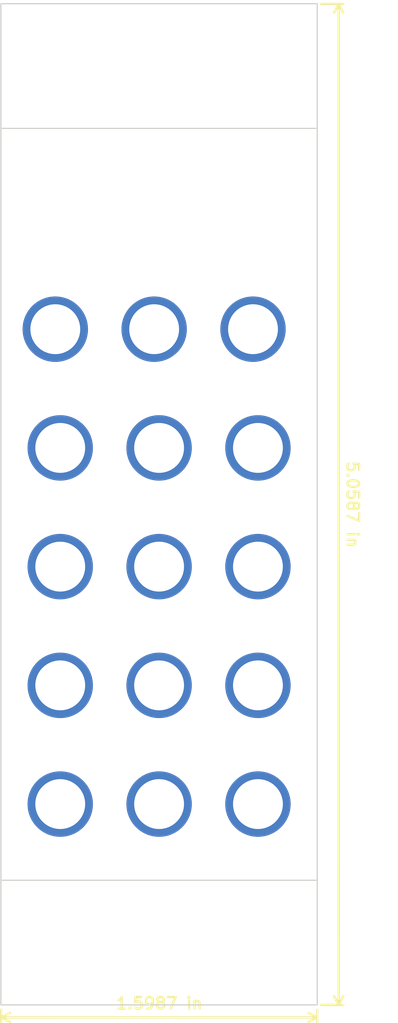
<source format=kicad_pcb>
(kicad_pcb (version 20171130) (host pcbnew 5.0.2+dfsg1-1~bpo9+1)

  (general
    (thickness 1.6)
    (drawings 16)
    (tracks 0)
    (zones 0)
    (modules 21)
    (nets 1)
  )

  (page A4)
  (layers
    (0 F.Cu signal)
    (31 B.Cu signal)
    (32 B.Adhes user hide)
    (33 F.Adhes user hide)
    (34 B.Paste user hide)
    (35 F.Paste user hide)
    (36 B.SilkS user)
    (37 F.SilkS user)
    (38 B.Mask user hide)
    (39 F.Mask user hide)
    (40 Dwgs.User user hide)
    (41 Cmts.User user)
    (42 Eco1.User user)
    (43 Eco2.User user hide)
    (44 Edge.Cuts user)
    (45 Margin user hide)
    (46 B.CrtYd user hide)
    (47 F.CrtYd user hide)
    (48 B.Fab user hide)
    (49 F.Fab user hide)
  )

  (setup
    (last_trace_width 0.25)
    (user_trace_width 0.5)
    (trace_clearance 0.2)
    (zone_clearance 0.508)
    (zone_45_only no)
    (trace_min 0.2)
    (segment_width 0.2)
    (edge_width 0.15)
    (via_size 0.8)
    (via_drill 0.4)
    (via_min_size 0.4)
    (via_min_drill 0.3)
    (uvia_size 0.3)
    (uvia_drill 0.1)
    (uvias_allowed no)
    (uvia_min_size 0.2)
    (uvia_min_drill 0.1)
    (pcb_text_width 0.3)
    (pcb_text_size 1.5 1.5)
    (mod_edge_width 0.15)
    (mod_text_size 1 1)
    (mod_text_width 0.15)
    (pad_size 8.4 8.4)
    (pad_drill 6.4)
    (pad_to_mask_clearance 0.051)
    (solder_mask_min_width 0.25)
    (aux_axis_origin 112.776 14.478)
    (visible_elements FFFFFF7F)
    (pcbplotparams
      (layerselection 0x010fc_ffffffff)
      (usegerberextensions false)
      (usegerberattributes false)
      (usegerberadvancedattributes false)
      (creategerberjobfile false)
      (excludeedgelayer true)
      (linewidth 0.100000)
      (plotframeref false)
      (viasonmask false)
      (mode 1)
      (useauxorigin false)
      (hpglpennumber 1)
      (hpglpenspeed 20)
      (hpglpendiameter 15.000000)
      (psnegative false)
      (psa4output false)
      (plotreference true)
      (plotvalue true)
      (plotinvisibletext false)
      (padsonsilk false)
      (subtractmaskfromsilk false)
      (outputformat 1)
      (mirror false)
      (drillshape 1)
      (scaleselection 1)
      (outputdirectory ""))
  )

  (net 0 "")

  (net_class Default "This is the default net class."
    (clearance 0.2)
    (trace_width 0.25)
    (via_dia 0.8)
    (via_drill 0.4)
    (uvia_dia 0.3)
    (uvia_drill 0.1)
  )

  (module MountingHole:MountingHole_6.4mm_M6 (layer F.Cu) (tedit 5CE6D1EE) (tstamp 5CF3317A)
    (at 132.461 39.497)
    (descr "Mounting Hole 6.4mm, no annular, M6")
    (tags "mounting hole 6.4mm no annular m6")
    (attr virtual)
    (fp_text reference REF** (at 0 -7.4) (layer F.SilkS) hide
      (effects (font (size 1 1) (thickness 0.15)))
    )
    (fp_text value MountingHole_6.4mm_M6 (at 0 7.4) (layer F.Fab)
      (effects (font (size 1 1) (thickness 0.15)))
    )
    (fp_circle (center 0 0) (end 6.65 0) (layer F.CrtYd) (width 0.05))
    (fp_circle (center 0 0) (end 6.4 0) (layer Cmts.User) (width 0.15))
    (fp_text user %R (at 0.3 0) (layer F.Fab)
      (effects (font (size 1 1) (thickness 0.15)))
    )
    (pad 1 np_thru_hole circle (at 0 0) (size 6.4 6.4) (drill 6.4) (layers *.Cu *.Mask))
  )

  (module MountingHole:MountingHole_3.2mm_M3 (layer F.Cu) (tedit 5CE6CA56) (tstamp 5CF33284)
    (at 119.761 39.497)
    (descr "Mounting Hole 3.2mm, no annular, M3")
    (tags "mounting hole 3.2mm no annular m3")
    (attr virtual)
    (fp_text reference REF** (at 0 -4.2) (layer F.SilkS) hide
      (effects (font (size 1 1) (thickness 0.15)))
    )
    (fp_text value MountingHole_3.2mm_M3 (at 0 4.2) (layer F.Fab)
      (effects (font (size 1 1) (thickness 0.15)))
    )
    (fp_text user %R (at 0.3 0) (layer F.Fab)
      (effects (font (size 1 1) (thickness 0.15)))
    )
    (fp_circle (center 0 0) (end 3.2 0) (layer Cmts.User) (width 0.15))
    (fp_circle (center 0 0) (end 3.45 0) (layer F.CrtYd) (width 0.05))
    (pad 1 np_thru_hole circle (at 0 0) (size 3.2 3.2) (drill 3.2) (layers *.Cu *.Mask))
  )

  (module MountingHole:MountingHole_6.4mm_M6_Pad (layer F.Cu) (tedit 5CE6CDE5) (tstamp 5CF33149)
    (at 119.761 56.261)
    (descr "Mounting Hole 6.4mm, M6")
    (tags "mounting hole 6.4mm m6")
    (attr virtual)
    (fp_text reference REF** (at 0 -7.4) (layer F.SilkS) hide
      (effects (font (size 1 1) (thickness 0.15)))
    )
    (fp_text value MountingHole_6.4mm_M6_Pad (at 0 7.4) (layer F.Fab)
      (effects (font (size 1 1) (thickness 0.15)))
    )
    (fp_circle (center 0 0) (end 6.65 0) (layer F.CrtYd) (width 0.05))
    (fp_circle (center 0 0) (end 6.4 0) (layer Cmts.User) (width 0.15))
    (fp_text user %R (at 0.3 0) (layer F.Fab)
      (effects (font (size 1 1) (thickness 0.15)))
    )
    (pad 1 thru_hole circle (at 0 0) (size 8.4 8.4) (drill 6.4) (layers *.Cu *.Mask))
  )

  (module MountingHole:MountingHole_6.4mm_M6_Pad (layer F.Cu) (tedit 5CE6CDEB) (tstamp 5CF33142)
    (at 145.161 56.261)
    (descr "Mounting Hole 6.4mm, M6")
    (tags "mounting hole 6.4mm m6")
    (attr virtual)
    (fp_text reference REF** (at 0 -7.4) (layer F.SilkS) hide
      (effects (font (size 1 1) (thickness 0.15)))
    )
    (fp_text value MountingHole_6.4mm_M6_Pad (at 0 7.4) (layer F.Fab)
      (effects (font (size 1 1) (thickness 0.15)))
    )
    (fp_circle (center 0 0) (end 6.65 0) (layer F.CrtYd) (width 0.05))
    (fp_circle (center 0 0) (end 6.4 0) (layer Cmts.User) (width 0.15))
    (fp_text user %R (at 0.3 0) (layer F.Fab)
      (effects (font (size 1 1) (thickness 0.15)))
    )
    (pad 1 thru_hole circle (at 0 0) (size 8.4 8.4) (drill 6.4) (layers *.Cu *.Mask))
  )

  (module MountingHole:MountingHole_6.4mm_M6_Pad (layer F.Cu) (tedit 5CE6CDE8) (tstamp 5CF3313B)
    (at 132.461 56.261)
    (descr "Mounting Hole 6.4mm, M6")
    (tags "mounting hole 6.4mm m6")
    (attr virtual)
    (fp_text reference REF** (at 0 -7.4) (layer F.SilkS) hide
      (effects (font (size 1 1) (thickness 0.15)))
    )
    (fp_text value MountingHole_6.4mm_M6_Pad (at 0 7.4) (layer F.Fab)
      (effects (font (size 1 1) (thickness 0.15)))
    )
    (fp_text user %R (at 0.3 0) (layer F.Fab)
      (effects (font (size 1 1) (thickness 0.15)))
    )
    (fp_circle (center 0 0) (end 6.4 0) (layer Cmts.User) (width 0.15))
    (fp_circle (center 0 0) (end 6.65 0) (layer F.CrtYd) (width 0.05))
    (pad 1 thru_hole circle (at 0 0) (size 8.4 8.4) (drill 6.4) (layers *.Cu *.Mask))
  )

  (module MountingHole:MountingHole_6.4mm_M6_Pad (layer F.Cu) (tedit 5CE6CDE8) (tstamp 5CF3311D)
    (at 133.096 71.501)
    (descr "Mounting Hole 6.4mm, M6")
    (tags "mounting hole 6.4mm m6")
    (attr virtual)
    (fp_text reference REF** (at 0 -7.4) (layer F.SilkS) hide
      (effects (font (size 1 1) (thickness 0.15)))
    )
    (fp_text value MountingHole_6.4mm_M6_Pad (at 0 7.4) (layer F.Fab)
      (effects (font (size 1 1) (thickness 0.15)))
    )
    (fp_circle (center 0 0) (end 6.65 0) (layer F.CrtYd) (width 0.05))
    (fp_circle (center 0 0) (end 6.4 0) (layer Cmts.User) (width 0.15))
    (fp_text user %R (at 0.3 0) (layer F.Fab)
      (effects (font (size 1 1) (thickness 0.15)))
    )
    (pad 1 thru_hole circle (at 0 0) (size 8.4 8.4) (drill 6.4) (layers *.Cu *.Mask))
  )

  (module MountingHole:MountingHole_6.4mm_M6_Pad (layer F.Cu) (tedit 5CE6CDEB) (tstamp 5CF33116)
    (at 145.796 71.501)
    (descr "Mounting Hole 6.4mm, M6")
    (tags "mounting hole 6.4mm m6")
    (attr virtual)
    (fp_text reference REF** (at 0 -7.4) (layer F.SilkS) hide
      (effects (font (size 1 1) (thickness 0.15)))
    )
    (fp_text value MountingHole_6.4mm_M6_Pad (at 0 7.4) (layer F.Fab)
      (effects (font (size 1 1) (thickness 0.15)))
    )
    (fp_text user %R (at 0.3 0) (layer F.Fab)
      (effects (font (size 1 1) (thickness 0.15)))
    )
    (fp_circle (center 0 0) (end 6.4 0) (layer Cmts.User) (width 0.15))
    (fp_circle (center 0 0) (end 6.65 0) (layer F.CrtYd) (width 0.05))
    (pad 1 thru_hole circle (at 0 0) (size 8.4 8.4) (drill 6.4) (layers *.Cu *.Mask))
  )

  (module MountingHole:MountingHole_6.4mm_M6_Pad (layer F.Cu) (tedit 5CE6CDE5) (tstamp 5CF3310D)
    (at 120.396 71.501)
    (descr "Mounting Hole 6.4mm, M6")
    (tags "mounting hole 6.4mm m6")
    (attr virtual)
    (fp_text reference REF** (at 0 -7.4) (layer F.SilkS) hide
      (effects (font (size 1 1) (thickness 0.15)))
    )
    (fp_text value MountingHole_6.4mm_M6_Pad (at 0 7.4) (layer F.Fab)
      (effects (font (size 1 1) (thickness 0.15)))
    )
    (fp_text user %R (at 0.3 0) (layer F.Fab)
      (effects (font (size 1 1) (thickness 0.15)))
    )
    (fp_circle (center 0 0) (end 6.4 0) (layer Cmts.User) (width 0.15))
    (fp_circle (center 0 0) (end 6.65 0) (layer F.CrtYd) (width 0.05))
    (pad 1 thru_hole circle (at 0 0) (size 8.4 8.4) (drill 6.4) (layers *.Cu *.Mask))
  )

  (module MountingHole:MountingHole_6.4mm_M6_Pad (layer F.Cu) (tedit 5CE6CDE8) (tstamp 5CF330EF)
    (at 133.096 86.741)
    (descr "Mounting Hole 6.4mm, M6")
    (tags "mounting hole 6.4mm m6")
    (attr virtual)
    (fp_text reference REF** (at 0 -7.4) (layer F.SilkS) hide
      (effects (font (size 1 1) (thickness 0.15)))
    )
    (fp_text value MountingHole_6.4mm_M6_Pad (at 0 7.4) (layer F.Fab)
      (effects (font (size 1 1) (thickness 0.15)))
    )
    (fp_text user %R (at 0.3 0) (layer F.Fab)
      (effects (font (size 1 1) (thickness 0.15)))
    )
    (fp_circle (center 0 0) (end 6.4 0) (layer Cmts.User) (width 0.15))
    (fp_circle (center 0 0) (end 6.65 0) (layer F.CrtYd) (width 0.05))
    (pad 1 thru_hole circle (at 0 0) (size 8.4 8.4) (drill 6.4) (layers *.Cu *.Mask))
  )

  (module MountingHole:MountingHole_6.4mm_M6_Pad (layer F.Cu) (tedit 5CE6CDEB) (tstamp 5CF330E8)
    (at 145.796 86.741)
    (descr "Mounting Hole 6.4mm, M6")
    (tags "mounting hole 6.4mm m6")
    (attr virtual)
    (fp_text reference REF** (at 0 -7.4) (layer F.SilkS) hide
      (effects (font (size 1 1) (thickness 0.15)))
    )
    (fp_text value MountingHole_6.4mm_M6_Pad (at 0 7.4) (layer F.Fab)
      (effects (font (size 1 1) (thickness 0.15)))
    )
    (fp_circle (center 0 0) (end 6.65 0) (layer F.CrtYd) (width 0.05))
    (fp_circle (center 0 0) (end 6.4 0) (layer Cmts.User) (width 0.15))
    (fp_text user %R (at 0.3 0) (layer F.Fab)
      (effects (font (size 1 1) (thickness 0.15)))
    )
    (pad 1 thru_hole circle (at 0 0) (size 8.4 8.4) (drill 6.4) (layers *.Cu *.Mask))
  )

  (module MountingHole:MountingHole_6.4mm_M6_Pad (layer F.Cu) (tedit 5CE6CDE5) (tstamp 5CF330DF)
    (at 120.396 86.741)
    (descr "Mounting Hole 6.4mm, M6")
    (tags "mounting hole 6.4mm m6")
    (attr virtual)
    (fp_text reference REF** (at 0 -7.4) (layer F.SilkS) hide
      (effects (font (size 1 1) (thickness 0.15)))
    )
    (fp_text value MountingHole_6.4mm_M6_Pad (at 0 7.4) (layer F.Fab)
      (effects (font (size 1 1) (thickness 0.15)))
    )
    (fp_circle (center 0 0) (end 6.65 0) (layer F.CrtYd) (width 0.05))
    (fp_circle (center 0 0) (end 6.4 0) (layer Cmts.User) (width 0.15))
    (fp_text user %R (at 0.3 0) (layer F.Fab)
      (effects (font (size 1 1) (thickness 0.15)))
    )
    (pad 1 thru_hole circle (at 0 0) (size 8.4 8.4) (drill 6.4) (layers *.Cu *.Mask))
  )

  (module MountingHole:MountingHole_6.4mm_M6_Pad (layer F.Cu) (tedit 5CE6CDE8) (tstamp 5CF330C1)
    (at 133.096 101.981)
    (descr "Mounting Hole 6.4mm, M6")
    (tags "mounting hole 6.4mm m6")
    (attr virtual)
    (fp_text reference REF** (at 0 -7.4) (layer F.SilkS) hide
      (effects (font (size 1 1) (thickness 0.15)))
    )
    (fp_text value MountingHole_6.4mm_M6_Pad (at 0 7.4) (layer F.Fab)
      (effects (font (size 1 1) (thickness 0.15)))
    )
    (fp_circle (center 0 0) (end 6.65 0) (layer F.CrtYd) (width 0.05))
    (fp_circle (center 0 0) (end 6.4 0) (layer Cmts.User) (width 0.15))
    (fp_text user %R (at 0.3 0) (layer F.Fab)
      (effects (font (size 1 1) (thickness 0.15)))
    )
    (pad 1 thru_hole circle (at 0 0) (size 8.4 8.4) (drill 6.4) (layers *.Cu *.Mask))
  )

  (module MountingHole:MountingHole_6.4mm_M6_Pad (layer F.Cu) (tedit 5CE6CDEB) (tstamp 5CF330BA)
    (at 145.796 101.981)
    (descr "Mounting Hole 6.4mm, M6")
    (tags "mounting hole 6.4mm m6")
    (attr virtual)
    (fp_text reference REF** (at 0 -7.4) (layer F.SilkS) hide
      (effects (font (size 1 1) (thickness 0.15)))
    )
    (fp_text value MountingHole_6.4mm_M6_Pad (at 0 7.4) (layer F.Fab)
      (effects (font (size 1 1) (thickness 0.15)))
    )
    (fp_text user %R (at 0.3 0) (layer F.Fab)
      (effects (font (size 1 1) (thickness 0.15)))
    )
    (fp_circle (center 0 0) (end 6.4 0) (layer Cmts.User) (width 0.15))
    (fp_circle (center 0 0) (end 6.65 0) (layer F.CrtYd) (width 0.05))
    (pad 1 thru_hole circle (at 0 0) (size 8.4 8.4) (drill 6.4) (layers *.Cu *.Mask))
  )

  (module MountingHole:MountingHole_6.4mm_M6_Pad (layer F.Cu) (tedit 5CE6CDE5) (tstamp 5CF330B1)
    (at 120.396 101.981)
    (descr "Mounting Hole 6.4mm, M6")
    (tags "mounting hole 6.4mm m6")
    (attr virtual)
    (fp_text reference REF** (at 0 -7.4) (layer F.SilkS) hide
      (effects (font (size 1 1) (thickness 0.15)))
    )
    (fp_text value MountingHole_6.4mm_M6_Pad (at 0 7.4) (layer F.Fab)
      (effects (font (size 1 1) (thickness 0.15)))
    )
    (fp_text user %R (at 0.3 0) (layer F.Fab)
      (effects (font (size 1 1) (thickness 0.15)))
    )
    (fp_circle (center 0 0) (end 6.4 0) (layer Cmts.User) (width 0.15))
    (fp_circle (center 0 0) (end 6.65 0) (layer F.CrtYd) (width 0.05))
    (pad 1 thru_hole circle (at 0 0) (size 8.4 8.4) (drill 6.4) (layers *.Cu *.Mask))
  )

  (module MountingHole:MountingHole_6.4mm_M6_Pad (layer F.Cu) (tedit 5CE6CDEB) (tstamp 5CF32FF2)
    (at 145.796 117.221)
    (descr "Mounting Hole 6.4mm, M6")
    (tags "mounting hole 6.4mm m6")
    (attr virtual)
    (fp_text reference REF** (at 0 -7.4) (layer F.SilkS) hide
      (effects (font (size 1 1) (thickness 0.15)))
    )
    (fp_text value MountingHole_6.4mm_M6_Pad (at 0 7.4) (layer F.Fab)
      (effects (font (size 1 1) (thickness 0.15)))
    )
    (fp_circle (center 0 0) (end 6.65 0) (layer F.CrtYd) (width 0.05))
    (fp_circle (center 0 0) (end 6.4 0) (layer Cmts.User) (width 0.15))
    (fp_text user %R (at 0.3 0) (layer F.Fab)
      (effects (font (size 1 1) (thickness 0.15)))
    )
    (pad 1 thru_hole circle (at 0 0) (size 8.4 8.4) (drill 6.4) (layers *.Cu *.Mask))
  )

  (module MountingHole:MountingHole_6.4mm_M6_Pad (layer F.Cu) (tedit 5CE6CDE8) (tstamp 5CF32FB1)
    (at 133.096 117.221)
    (descr "Mounting Hole 6.4mm, M6")
    (tags "mounting hole 6.4mm m6")
    (attr virtual)
    (fp_text reference REF** (at 0 -7.4) (layer F.SilkS) hide
      (effects (font (size 1 1) (thickness 0.15)))
    )
    (fp_text value MountingHole_6.4mm_M6_Pad (at 0 7.4) (layer F.Fab)
      (effects (font (size 1 1) (thickness 0.15)))
    )
    (fp_text user %R (at 0.3 0) (layer F.Fab)
      (effects (font (size 1 1) (thickness 0.15)))
    )
    (fp_circle (center 0 0) (end 6.4 0) (layer Cmts.User) (width 0.15))
    (fp_circle (center 0 0) (end 6.65 0) (layer F.CrtYd) (width 0.05))
    (pad 1 thru_hole circle (at 0 0) (size 8.4 8.4) (drill 6.4) (layers *.Cu *.Mask))
  )

  (module MountingHole:MountingHole_3.2mm_M3 (layer F.Cu) (tedit 5CE6CA56) (tstamp 5CF3265A)
    (at 120.276 17.478)
    (descr "Mounting Hole 3.2mm, no annular, M3")
    (tags "mounting hole 3.2mm no annular m3")
    (attr virtual)
    (fp_text reference REF** (at 0 -4.2) (layer F.SilkS) hide
      (effects (font (size 1 1) (thickness 0.15)))
    )
    (fp_text value MountingHole_3.2mm_M3 (at 0 4.2) (layer F.Fab)
      (effects (font (size 1 1) (thickness 0.15)))
    )
    (fp_circle (center 0 0) (end 3.45 0) (layer F.CrtYd) (width 0.05))
    (fp_circle (center 0 0) (end 3.2 0) (layer Cmts.User) (width 0.15))
    (fp_text user %R (at 0.3 0) (layer F.Fab)
      (effects (font (size 1 1) (thickness 0.15)))
    )
    (pad 1 np_thru_hole circle (at 0 0) (size 3.2 3.2) (drill 3.2) (layers *.Cu *.Mask))
  )

  (module MountingHole:MountingHole_3.2mm_M3 (layer F.Cu) (tedit 5CE6CB37) (tstamp 5CF3267B)
    (at 145.696 17.478)
    (descr "Mounting Hole 3.2mm, no annular, M3")
    (tags "mounting hole 3.2mm no annular m3")
    (attr virtual)
    (fp_text reference REF** (at 0 -4.2) (layer F.SilkS) hide
      (effects (font (size 1 1) (thickness 0.15)))
    )
    (fp_text value MountingHole_3.2mm_M3 (at 0 4.2) (layer F.Fab)
      (effects (font (size 1 1) (thickness 0.15)))
    )
    (fp_circle (center 0 0) (end 3.45 0) (layer F.CrtYd) (width 0.05))
    (fp_circle (center 0 0) (end 3.2 0) (layer Cmts.User) (width 0.15))
    (fp_text user %R (at 0.3 0) (layer F.Fab)
      (effects (font (size 1 1) (thickness 0.15)))
    )
    (pad "" np_thru_hole circle (at -0.02 0) (size 3.2 3.2) (drill 3.2) (layers *.Cu *.Mask))
  )

  (module MountingHole:MountingHole_3.2mm_M3 (layer F.Cu) (tedit 5CE6CB32) (tstamp 5CF326AC)
    (at 145.676 139.978)
    (descr "Mounting Hole 3.2mm, no annular, M3")
    (tags "mounting hole 3.2mm no annular m3")
    (attr virtual)
    (fp_text reference REF** (at 0 -4.2) (layer F.SilkS) hide
      (effects (font (size 1 1) (thickness 0.15)))
    )
    (fp_text value MountingHole_3.2mm_M3 (at 0 4.2) (layer F.Fab)
      (effects (font (size 1 1) (thickness 0.15)))
    )
    (fp_circle (center 0 0) (end 3.45 0) (layer F.CrtYd) (width 0.05))
    (fp_circle (center 0 0) (end 3.2 0) (layer Cmts.User) (width 0.15))
    (fp_text user %R (at 0.3 0) (layer F.Fab)
      (effects (font (size 1 1) (thickness 0.15)))
    )
    (pad 1 np_thru_hole circle (at 0 0) (size 3.2 3.2) (drill 3.2) (layers *.Cu *.Mask))
  )

  (module MountingHole:MountingHole_3.2mm_M3 (layer F.Cu) (tedit 5CE6CB2F) (tstamp 5CF326C2)
    (at 120.276 139.978)
    (descr "Mounting Hole 3.2mm, no annular, M3")
    (tags "mounting hole 3.2mm no annular m3")
    (attr virtual)
    (fp_text reference REF** (at 0 -4.2) (layer F.SilkS) hide
      (effects (font (size 1 1) (thickness 0.15)))
    )
    (fp_text value MountingHole_3.2mm_M3 (at 0 4.2) (layer F.Fab)
      (effects (font (size 1 1) (thickness 0.15)))
    )
    (fp_circle (center 0 0) (end 3.45 0) (layer F.CrtYd) (width 0.05))
    (fp_circle (center 0 0) (end 3.2 0) (layer Cmts.User) (width 0.15))
    (fp_text user %R (at 0.3 0) (layer F.Fab)
      (effects (font (size 1 1) (thickness 0.15)))
    )
    (pad 1 np_thru_hole circle (at 0 0) (size 3.2 3.2) (drill 3.2) (layers *.Cu *.Mask))
  )

  (module MountingHole:MountingHole_6.4mm_M6_Pad (layer F.Cu) (tedit 5CE6CDE5) (tstamp 5CF32F9A)
    (at 120.396 117.221)
    (descr "Mounting Hole 6.4mm, M6")
    (tags "mounting hole 6.4mm m6")
    (attr virtual)
    (fp_text reference REF** (at 0 -7.4) (layer F.SilkS) hide
      (effects (font (size 1 1) (thickness 0.15)))
    )
    (fp_text value MountingHole_6.4mm_M6_Pad (at 0 7.4) (layer F.Fab)
      (effects (font (size 1 1) (thickness 0.15)))
    )
    (fp_circle (center 0 0) (end 6.65 0) (layer F.CrtYd) (width 0.05))
    (fp_circle (center 0 0) (end 6.4 0) (layer Cmts.User) (width 0.15))
    (fp_text user %R (at 0.3 0) (layer F.Fab)
      (effects (font (size 1 1) (thickness 0.15)))
    )
    (pad 1 thru_hole circle (at 0 0) (size 8.4 8.4) (drill 6.4) (layers *.Cu *.Mask))
  )

  (dimension 40.607945 (width 0.3) (layer F.SilkS) (tstamp 5CE6C91C)
    (gr_text "40.608 mm" (at 133.112131 146.708222 0.001940056233) (layer F.SilkS) (tstamp 5CE6C91C)
      (effects (font (size 1.5 1.5) (thickness 0.3)))
    )
    (feature1 (pts (xy 153.416 143.619796) (xy 153.416053 145.193956)))
    (feature2 (pts (xy 112.808055 143.621171) (xy 112.808108 145.195331)))
    (crossbar (pts (xy 112.808088 144.60891) (xy 153.416033 144.607535)))
    (arrow1a (pts (xy 153.416033 144.607535) (xy 152.289549 145.193994)))
    (arrow1b (pts (xy 153.416033 144.607535) (xy 152.289509 144.021152)))
    (arrow2a (pts (xy 112.808088 144.60891) (xy 113.934612 145.195293)))
    (arrow2b (pts (xy 112.808088 144.60891) (xy 113.934572 144.022451)))
  )
  (gr_line (start 153.416 143.002) (end 153.416 142.748) (layer Edge.Cuts) (width 0.15))
  (gr_line (start 112.776 143.002) (end 112.776 142.748) (layer Edge.Cuts) (width 0.15))
  (gr_line (start 112.776 14.478) (end 112.776 14.732) (layer Edge.Cuts) (width 0.15))
  (gr_line (start 153.416 14.478) (end 153.416 14.732) (layer Edge.Cuts) (width 0.15))
  (dimension 128.491945 (width 0.3) (layer F.SilkS)
    (gr_text "128.492 mm" (at 158.269779 78.755981 270.0006131) (layer F.SilkS)
      (effects (font (size 1.5 1.5) (thickness 0.3)))
    )
    (feature1 (pts (xy 153.884467 143.002) (xy 156.756888 143.001969)))
    (feature2 (pts (xy 153.883092 14.510055) (xy 156.755513 14.510024)))
    (crossbar (pts (xy 156.169092 14.510031) (xy 156.170467 143.001976)))
    (arrow1a (pts (xy 156.170467 143.001976) (xy 155.584034 141.875479)))
    (arrow1b (pts (xy 156.170467 143.001976) (xy 156.756876 141.875466)))
    (arrow2a (pts (xy 156.169092 14.510031) (xy 155.582683 15.636541)))
    (arrow2b (pts (xy 156.169092 14.510031) (xy 156.755525 15.636528)))
  )
  (gr_line (start 153.416 142.748) (end 153.416 127) (layer Edge.Cuts) (width 0.15))
  (gr_line (start 112.776 143.002) (end 153.416 143.002) (layer Edge.Cuts) (width 0.15))
  (gr_line (start 112.776 127) (end 112.776 142.748) (layer Edge.Cuts) (width 0.15))
  (gr_line (start 153.416 14.732) (end 153.416 30.48) (layer Edge.Cuts) (width 0.15))
  (gr_line (start 112.776 14.478) (end 153.416 14.478) (layer Edge.Cuts) (width 0.15))
  (gr_line (start 112.776 30.48) (end 112.776 14.732) (layer Edge.Cuts) (width 0.15))
  (gr_line (start 112.776 127) (end 112.776 30.48) (layer Edge.Cuts) (width 0.15))
  (gr_line (start 153.416 127) (end 112.776 127) (layer Edge.Cuts) (width 0.15))
  (gr_line (start 153.416 30.48) (end 153.416 127) (layer Edge.Cuts) (width 0.15))
  (gr_line (start 112.776 30.48) (end 153.416 30.48) (layer Edge.Cuts) (width 0.15))

)

</source>
